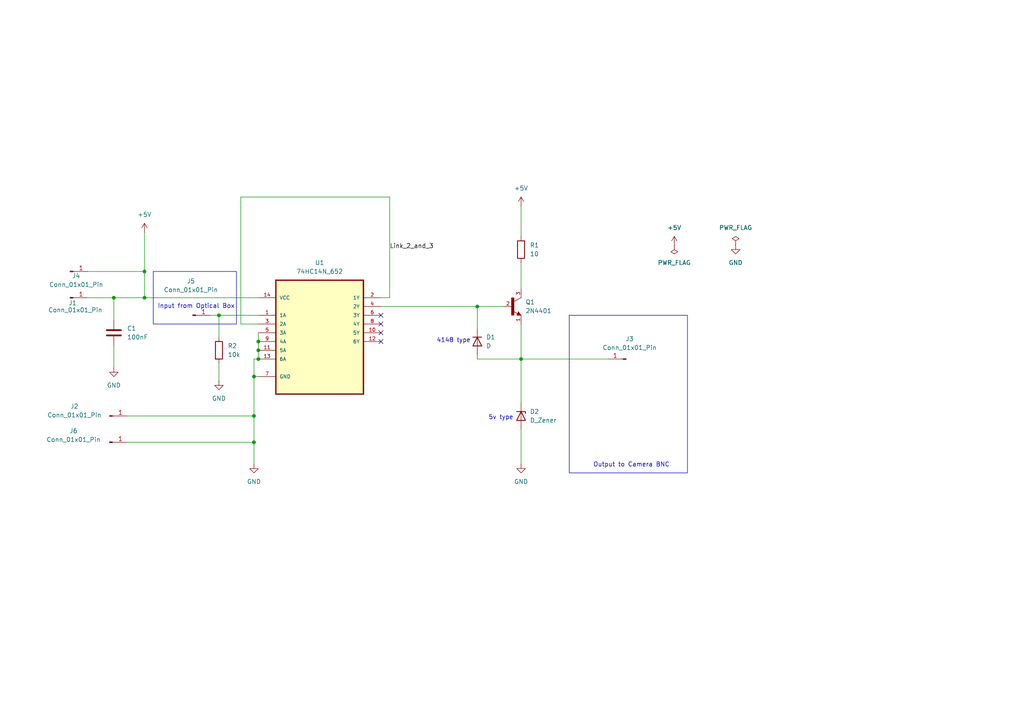
<source format=kicad_sch>
(kicad_sch (version 20231120) (generator "eeschema") (generator_version "8.0")
  (paper "A4")
  (lib_symbols
    (symbol "2N4401:2N4401" (pin_names (offset 1.016))
      (property "Reference" "Q" (at 3.81 0 0))
      (property "Value" "2N4401" (at 3.81 -2.54 0))
      (symbol "2N4401_0_0"
        (rectangle (start -0.254 -2.54) (end 0.508 2.54) (stroke (width 0.1)) (fill (type outline)))
        (polyline (pts (xy 1.27 -2.54) (xy 1.778 -1.524)) (stroke (width 0.1524)))
        (polyline (pts (xy 1.524 -2.413) (xy 2.286 -2.413)) (stroke (width 0.254)))
        (polyline (pts (xy 1.524 -2.286) (xy 1.905 -2.286)) (stroke (width 0.254)))
        (polyline (pts (xy 1.54 -2.04) (xy 0.308 -1.424)) (stroke (width 0.1524)))
        (polyline (pts (xy 1.778 -1.778) (xy 1.524 -2.286)) (stroke (width 0.254)))
        (polyline (pts (xy 1.778 -1.524) (xy 2.54 -2.54)) (stroke (width 0.1524)))
        (polyline (pts (xy 1.905 -2.286) (xy 1.778 -2.032)) (stroke (width 0.254)))
        (polyline (pts (xy 2.286 -2.413) (xy 1.778 -1.778)) (stroke (width 0.254)))
        (polyline (pts (xy 2.54 -2.54) (xy 1.27 -2.54)) (stroke (width 0.1524)))
        (polyline (pts (xy 2.54 2.54) (xy 0.508 1.524)) (stroke (width 0.1524)))
        (pin passive line (at 2.54 -5.08 90) (length 2.54) (name "~") (number "1"))
        (pin passive line (at -2.54 0 0) (length 2.54) (name "~") (number "2"))
        (pin passive line (at 2.54 5.08 270) (length 2.54) (name "~") (number "3"))
      )
    )
    (symbol "74HC14N_652:74HC14N_652" (pin_names (offset 1.016))
      (property "Reference" "U" (at -5.2873 15.6077 0))
      (property "Value" "74HC14N_652" (at -3.9379 -25.1774 0))
      (symbol "74HC14N_652_0_0"
        (rectangle (start -12.7 -20.32) (end 12.7 12.7) (stroke (width 0.4064)) (fill (type background)))
        (pin input line (at -17.78 2.54 0) (length 5.08) (name "1A") (number "1"))
        (pin output line (at 17.78 -2.54 180) (length 5.08) (name "5Y") (number "10"))
        (pin input line (at -17.78 -7.62 0) (length 5.08) (name "5A") (number "11"))
        (pin output line (at 17.78 -5.08 180) (length 5.08) (name "6Y") (number "12"))
        (pin input line (at -17.78 -10.16 0) (length 5.08) (name "6A") (number "13"))
        (pin power_in line (at -17.78 7.62 0) (length 5.08) (name "VCC") (number "14"))
        (pin output line (at 17.78 7.62 180) (length 5.08) (name "1Y") (number "2"))
        (pin input line (at -17.78 0 0) (length 5.08) (name "2A") (number "3"))
        (pin output line (at 17.78 5.08 180) (length 5.08) (name "2Y") (number "4"))
        (pin input line (at -17.78 -2.54 0) (length 5.08) (name "3A") (number "5"))
        (pin output line (at 17.78 2.54 180) (length 5.08) (name "3Y") (number "6"))
        (pin passive line (at -17.78 -15.24 0) (length 5.08) (name "GND") (number "7"))
        (pin output line (at 17.78 0 180) (length 5.08) (name "4Y") (number "8"))
        (pin input line (at -17.78 -5.08 0) (length 5.08) (name "4A") (number "9"))
      )
    )
    (symbol "Connector:Conn_01x01_Pin" (pin_names (offset 1.016) hide)
      (property "Reference" "J" (at 0 2.54 0))
      (property "Value" "Conn_01x01_Pin" (at 0 -2.54 0))
      (symbol "Conn_01x01_Pin_1_1"
        (polyline (pts (xy 1.27 0) (xy 0.8636 0)) (stroke (width 0.1524)))
        (rectangle (start 0.8636 0.127) (end 0 -0.127) (stroke (width 0.1524)) (fill (type outline)))
        (pin passive line (at 5.08 0 180) (length 3.81) (name "Pin_1") (number "1"))
      )
    )
    (symbol "Device:C" (pin_numbers hide) (pin_names (offset 0.254))
      (property "Reference" "C" (at 0.635 2.54 0))
      (property "Value" "C" (at 0.635 -2.54 0))
      (symbol "C_0_1"
        (polyline (pts (xy -2.032 -0.762) (xy 2.032 -0.762)) (stroke (width 0.508)))
        (polyline (pts (xy -2.032 0.762) (xy 2.032 0.762)) (stroke (width 0.508)))
      )
      (symbol "C_1_1"
        (pin passive line (at 0 3.81 270) (length 2.794) (name "~") (number "1"))
        (pin passive line (at 0 -3.81 90) (length 2.794) (name "~") (number "2"))
      )
    )
    (symbol "Device:D" (pin_numbers hide) (pin_names (offset 1.016) hide)
      (property "Reference" "D" (at 0 2.54 0))
      (property "Value" "D" (at 0 -2.54 0))
      (symbol "D_0_1"
        (polyline (pts (xy -1.27 1.27) (xy -1.27 -1.27)) (stroke (width 0.254)))
        (polyline (pts (xy 1.27 0) (xy -1.27 0)))
        (polyline (pts (xy 1.27 1.27) (xy 1.27 -1.27) (xy -1.27 0) (xy 1.27 1.27)) (stroke (width 0.254)))
      )
      (symbol "D_1_1"
        (pin passive line (at -3.81 0 0) (length 2.54) (name "K") (number "1"))
        (pin passive line (at 3.81 0 180) (length 2.54) (name "A") (number "2"))
      )
    )
    (symbol "Device:D_Zener" (pin_numbers hide) (pin_names (offset 1.016) hide)
      (property "Reference" "D" (at 0 2.54 0))
      (property "Value" "D_Zener" (at 0 -2.54 0))
      (symbol "D_Zener_0_1"
        (polyline (pts (xy 1.27 0) (xy -1.27 0)))
        (polyline (pts (xy -1.27 -1.27) (xy -1.27 1.27) (xy -0.762 1.27)) (stroke (width 0.254)))
        (polyline (pts (xy 1.27 -1.27) (xy 1.27 1.27) (xy -1.27 0) (xy 1.27 -1.27)) (stroke (width 0.254)))
      )
      (symbol "D_Zener_1_1"
        (pin passive line (at -3.81 0 0) (length 2.54) (name "K") (number "1"))
        (pin passive line (at 3.81 0 180) (length 2.54) (name "A") (number "2"))
      )
    )
    (symbol "Device:R" (pin_numbers hide) (pin_names (offset 0))
      (property "Reference" "R" (at 2.032 0 90))
      (property "Value" "R" (at 0 0 90))
      (symbol "R_0_1"
        (rectangle (start -1.016 -2.54) (end 1.016 2.54) (stroke (width 0.254)))
      )
      (symbol "R_1_1"
        (pin passive line (at 0 3.81 270) (length 1.27) (name "~") (number "1"))
        (pin passive line (at 0 -3.81 90) (length 1.27) (name "~") (number "2"))
      )
    )
    (symbol "power:+5V" (power) (pin_numbers hide) (pin_names (offset 0) hide)
      (property "Value" "+5V" (at 0 3.556 0))
      (symbol "+5V_0_1"
        (polyline (pts (xy -0.762 1.27) (xy 0 2.54)))
        (polyline (pts (xy 0 0) (xy 0 2.54)))
        (polyline (pts (xy 0 2.54) (xy 0.762 1.27)))
      )
      (symbol "+5V_1_1"
        (pin power_in line (at 0 0 90) (length 0) (name "~") (number "1"))
      )
    )
    (symbol "power:GND" (power) (pin_numbers hide) (pin_names (offset 0) hide)
      (property "Value" "GND" (at 0 -3.81 0))
      (symbol "GND_0_1"
        (polyline (pts (xy 0 0) (xy 0 -1.27) (xy 1.27 -1.27) (xy 0 -2.54) (xy -1.27 -1.27) (xy 0 -1.27)))
      )
      (symbol "GND_1_1"
        (pin power_in line (at 0 0 270) (length 0) (name "~") (number "1"))
      )
    )
    (symbol "power:PWR_FLAG" (power) (pin_numbers hide) (pin_names (offset 0) hide)
      (property "Value" "PWR_FLAG" (at 0 3.81 0))
      (symbol "PWR_FLAG_0_0"
        (pin power_out line (at 0 0 90) (length 0) (name "~") (number "1"))
      )
      (symbol "PWR_FLAG_0_1"
        (polyline (pts (xy 0 0) (xy 0 1.27) (xy -1.016 1.905) (xy 0 2.54) (xy 1.016 1.905) (xy 0 1.27)))
      )
    )
  )
  (junction (at 74.93 104.14))
  (junction (at 138.43 88.9))
  (junction (at 74.93 101.6))
  (junction (at 73.66 128.27))
  (junction (at 73.66 109.22))
  (junction (at 73.66 120.65))
  (junction (at 74.93 99.06))
  (junction (at 41.91 86.36))
  (junction (at 63.5 91.44))
  (junction (at 41.91 78.74))
  (junction (at 151.13 104.14))
  (junction (at 33.02 86.36))
  (no_connect (at 110.49 99.06))
  (no_connect (at 110.49 93.98))
  (no_connect (at 110.49 91.44))
  (no_connect (at 110.49 96.52))
  (wire (pts (xy 73.66 109.22) (xy 73.66 120.65)))
  (wire (pts (xy 33.02 86.36) (xy 41.91 86.36)))
  (wire (pts (xy 41.91 78.74) (xy 41.91 86.36)))
  (wire (pts (xy 63.5 105.41) (xy 63.5 110.49)))
  (wire (pts (xy 138.43 88.9) (xy 138.43 95.25)))
  (wire (pts (xy 113.03 57.15) (xy 69.85 57.15)))
  (wire (pts (xy 151.13 93.98) (xy 151.13 104.14)))
  (wire (pts (xy 151.13 104.14) (xy 176.53 104.14)))
  (wire (pts (xy 63.5 91.44) (xy 63.5 97.79)))
  (wire (pts (xy 138.43 88.9) (xy 146.05 88.9)))
  (wire (pts (xy 138.43 102.87) (xy 138.43 104.14)))
  (wire (pts (xy 25.4 78.74) (xy 41.91 78.74)))
  (wire (pts (xy 60.96 91.44) (xy 63.5 91.44)))
  (wire (pts (xy 74.93 101.6) (xy 74.93 104.14)))
  (wire (pts (xy 25.4 86.36) (xy 33.02 86.36)))
  (wire (pts (xy 151.13 124.46) (xy 151.13 134.62)))
  (wire (pts (xy 33.02 86.36) (xy 33.02 92.71)))
  (wire (pts (xy 110.49 86.36) (xy 113.03 86.36)))
  (wire (pts (xy 74.93 99.06) (xy 74.93 101.6)))
  (wire (pts (xy 151.13 104.14) (xy 151.13 116.84)))
  (wire (pts (xy 151.13 76.2) (xy 151.13 83.82)))
  (wire (pts (xy 73.66 120.65) (xy 73.66 128.27)))
  (wire (pts (xy 110.49 88.9) (xy 138.43 88.9)))
  (wire (pts (xy 63.5 91.44) (xy 74.93 91.44)))
  (wire (pts (xy 36.83 128.27) (xy 73.66 128.27)))
  (wire (pts (xy 41.91 86.36) (xy 74.93 86.36)))
  (wire (pts (xy 73.66 109.22) (xy 74.93 109.22)))
  (wire (pts (xy 113.03 57.15) (xy 113.03 86.36)))
  (wire (pts (xy 74.93 96.52) (xy 74.93 99.06)))
  (wire (pts (xy 74.93 104.14) (xy 73.66 104.14)))
  (wire (pts (xy 138.43 104.14) (xy 151.13 104.14)))
  (wire (pts (xy 33.02 100.33) (xy 33.02 106.68)))
  (wire (pts (xy 69.85 57.15) (xy 69.85 93.98)))
  (wire (pts (xy 69.85 93.98) (xy 74.93 93.98)))
  (wire (pts (xy 36.83 120.65) (xy 73.66 120.65)))
  (wire (pts (xy 41.91 67.31) (xy 41.91 78.74)))
  (wire (pts (xy 73.66 128.27) (xy 73.66 134.62)))
  (wire (pts (xy 73.66 104.14) (xy 73.66 109.22)))
  (wire (pts (xy 151.13 59.69) (xy 151.13 68.58)))
  (rectangle (start 165.1 91.44) (end 199.39 137.16))
  (rectangle (start 44.45 78.74) (end 68.58 93.98))
  (text "5v type" (at 145.288 121.158 0) (effects (font (size 1.27 1.27))))
  (text "Input from Optical Box" (at 56.896 88.9 0) (effects (font (size 1.27 1.27))))
  (text "Output to Camera BNC" (at 183.134 134.874 0) (effects (font (size 1.27 1.27))))
  (text "4148 type" (at 131.572 98.806 0) (effects (font (size 1.27 1.27))))
  (label "Link_2_and_3" (at 113.03 72.39 0))
  (symbol (lib_id "power:PWR_FLAG") (at 213.36 71.12 0) (unit 1)
    (property "Reference" "#FLG02" (effects (hide yes)))
    (property "Value" "PWR_FLAG" (at 213.36 66.04 0))
    (property "Description" "Special symbol for telling ERC where power comes from" (effects (hide yes)))
  )
  (symbol (lib_id "Connector:Conn_01x01_Pin") (at 31.75 120.65 0) (unit 1)
    (property "Reference" "J2" (at 21.59 117.856 0))
    (property "Value" "Conn_01x01_Pin" (at 21.59 120.396 0))
    (property "Footprint" "Connector_TE-Connectivity:TE_MATE-N-LOK_1-794374-x_1x01_P4.14mm_Horizontal" (effects (hide yes)))
    (property "Description" "Generic connector, single row, 01x01, script generated" (effects (hide yes)))
  )
  (symbol (lib_id "power:PWR_FLAG") (at 195.58 71.12 180) (unit 1)
    (property "Reference" "#FLG01" (effects (hide yes)))
    (property "Value" "PWR_FLAG" (at 195.58 76.2 0))
    (property "Description" "Special symbol for telling ERC where power comes from" (effects (hide yes)))
  )
  (symbol (lib_id "Device:C") (at 33.02 96.52 0) (unit 1)
    (property "Reference" "C1" (at 36.83 95.2499 0) (effects (justify left)))
    (property "Value" "100nF" (at 36.83 97.7899 0) (effects (justify left)))
    (property "Footprint" "Capacitor_THT:CP_Radial_D8.0mm_P5.00mm" (effects (hide yes)))
    (property "Description" "Unpolarized capacitor" (effects (hide yes)))
  )
  (symbol (lib_id "Device:D") (at 138.43 99.06 270) (unit 1)
    (property "Reference" "D1" (at 140.97 97.7899 90) (effects (justify left)))
    (property "Value" "D" (at 140.97 100.3299 90) (effects (justify left)))
    (property "Footprint" "Diode_THT:D_T-1_P10.16mm_Horizontal" (effects (hide yes)))
    (property "Description" "Diode" (effects (hide yes)))
    (property "Sim.Device" "D" (effects (hide yes)))
    (property "Sim.Pins" "1=K 2=A" (effects (hide yes)))
  )
  (symbol (lib_id "2N4401:2N4401") (at 148.59 88.9 0) (unit 1)
    (property "Reference" "Q1" (at 152.4 87.6299 0) (effects (justify left)))
    (property "Value" "2N4401" (at 152.4 90.1699 0) (effects (justify left)))
    (property "Footprint" "2N4401:TO92" (effects (hide yes)))
    (property "MF" "Central Semiconductor" (effects (hide yes)))
    (property "Description_1" "\n                        \n                            BJT, NPN, 40V, 600MA, TO-92; Transistor; BJT, NPN, 40V, 600MA, TO-92; Transistor Polarity:NPN; Collector Emitter Voltage V(br)ceo:40V; Transition Frequency Typ ft:250MHz; Power Dissipation Pd:1.5W; DC Collector Current:0.6A; DC Current Gain hFE:100\n                        \n" (effects (hide yes)))
    (property "Package" "TO-92 Central Semiconductor" (effects (hide yes)))
    (property "Price" "None" (effects (hide yes)))
    (property "SnapEDA_Link" "https://www.snapeda.com/parts/2N4401/Central+Components+Manufacturing/view-part/?ref=snap" (effects (hide yes)))
    (property "MP" "2N4401" (effects (hide yes)))
    (property "Availability" "In Stock" (effects (hide yes)))
    (property "Check_prices" "https://www.snapeda.com/parts/2N4401/Central+Components+Manufacturing/view-part/?ref=eda" (effects (hide yes)))
  )
  (symbol (lib_id "74HC14N_652:74HC14N_652") (at 92.71 93.98 0) (unit 1)
    (property "Reference" "U1" (at 92.71 76.2 0))
    (property "Value" "74HC14N_652" (at 92.71 78.74 0))
    (property "Footprint" "74HC14N_652:DIP254P762X420-14" (effects (hide yes)))
    (property "MF" "NXP USA" (effects (hide yes)))
    (property "Description_1" "\n                        \n                            Inverter IC 6 Channel Schmitt Trigger 14-DIP\n                        \n" (effects (hide yes)))
    (property "PACKAGE" "DIP-14" (effects (hide yes)))
    (property "MPN" "74HC14N,652" (effects (hide yes)))
    (property "Price" "None" (effects (hide yes)))
    (property "Package" "DIP-14 Nexperia" (effects (hide yes)))
    (property "OC_FARNELL" "1826781" (effects (hide yes)))
    (property "SnapEDA_Link" "https://www.snapeda.com/parts/74HC14N,652/NXP+Semiconductors/view-part/?ref=snap" (effects (hide yes)))
    (property "MP" "74HC14N,652" (effects (hide yes)))
    (property "SUPPLIER" "NXP" (effects (hide yes)))
    (property "OC_NEWARK" "71R2054" (effects (hide yes)))
    (property "Availability" "In Stock" (effects (hide yes)))
    (property "Check_prices" "https://www.snapeda.com/parts/74HC14N,652/NXP+Semiconductors/view-part/?ref=eda" (effects (hide yes)))
  )
  (symbol (lib_id "power:GND") (at 213.36 71.12 0) (unit 1)
    (property "Reference" "#PWR02" (effects (hide yes)))
    (property "Value" "GND" (at 213.36 76.2 0))
    (property "Description" "Power symbol creates a global label with name \"GND\" , ground" (effects (hide yes)))
  )
  (symbol (lib_id "Connector:Conn_01x01_Pin") (at 20.32 86.36 0) (unit 1)
    (property "Reference" "J1" (at 21.082 87.884 0))
    (property "Value" "Conn_01x01_Pin" (at 21.844 89.916 0))
    (property "Footprint" "Connector_TE-Connectivity:TE_MATE-N-LOK_1-794374-x_1x01_P4.14mm_Horizontal" (effects (hide yes)))
    (property "Description" "Generic connector, single row, 01x01, script generated" (effects (hide yes)))
  )
  (symbol (lib_id "Device:D_Zener") (at 151.13 120.65 270) (unit 1)
    (property "Reference" "D2" (at 153.67 119.3799 90) (effects (justify left)))
    (property "Value" "D_Zener" (at 153.67 121.9199 90) (effects (justify left)))
    (property "Footprint" "Diode_THT:D_T-1_P10.16mm_Horizontal" (effects (hide yes)))
    (property "Description" "Zener diode" (effects (hide yes)))
  )
  (symbol (lib_id "Connector:Conn_01x01_Pin") (at 20.32 78.74 0) (unit 1)
    (property "Reference" "J4" (at 22.098 80.01 0))
    (property "Value" "Conn_01x01_Pin" (at 22.098 82.55 0))
    (property "Footprint" "Connector_TE-Connectivity:TE_MATE-N-LOK_1-794374-x_1x01_P4.14mm_Horizontal" (effects (hide yes)))
    (property "Description" "Generic connector, single row, 01x01, script generated" (effects (hide yes)))
  )
  (symbol (lib_id "power:GND") (at 33.02 106.68 0) (unit 1)
    (property "Reference" "#PWR05" (effects (hide yes)))
    (property "Value" "GND" (at 33.02 111.76 0))
    (property "Description" "Power symbol creates a global label with name \"GND\" , ground" (effects (hide yes)))
  )
  (symbol (lib_id "power:GND") (at 73.66 134.62 0) (unit 1)
    (property "Reference" "#PWR04" (effects (hide yes)))
    (property "Value" "GND" (at 73.66 139.7 0))
    (property "Description" "Power symbol creates a global label with name \"GND\" , ground" (effects (hide yes)))
  )
  (symbol (lib_id "power:+5V") (at 41.91 67.31 0) (unit 1)
    (property "Reference" "#PWR03" (effects (hide yes)))
    (property "Value" "+5V" (at 41.91 62.23 0))
    (property "Description" "Power symbol creates a global label with name \"+5V\"" (effects (hide yes)))
  )
  (symbol (lib_id "power:+5V") (at 151.13 59.69 0) (unit 1)
    (property "Reference" "#PWR06" (effects (hide yes)))
    (property "Value" "+5V" (at 151.13 54.61 0))
    (property "Description" "Power symbol creates a global label with name \"+5V\"" (effects (hide yes)))
  )
  (symbol (lib_id "Connector:Conn_01x01_Pin") (at 31.75 128.27 0) (unit 1)
    (property "Reference" "J6" (at 21.336 124.968 0))
    (property "Value" "Conn_01x01_Pin" (at 21.336 127.508 0))
    (property "Footprint" "Connector_TE-Connectivity:TE_MATE-N-LOK_1-794374-x_1x01_P4.14mm_Horizontal" (effects (hide yes)))
    (property "Description" "Generic connector, single row, 01x01, script generated" (effects (hide yes)))
  )
  (symbol (lib_id "Connector:Conn_01x01_Pin") (at 181.61 104.14 0) (mirror y) (unit 1)
    (property "Reference" "J3" (at 182.626 98.298 0))
    (property "Value" "Conn_01x01_Pin" (at 182.626 100.838 0))
    (property "Footprint" "Connector_TE-Connectivity:TE_MATE-N-LOK_1-794374-x_1x01_P4.14mm_Horizontal" (effects (hide yes)))
    (property "Description" "Generic connector, single row, 01x01, script generated" (effects (hide yes)))
  )
  (symbol (lib_id "power:GND") (at 151.13 134.62 0) (unit 1)
    (property "Reference" "#PWR08" (effects (hide yes)))
    (property "Value" "GND" (at 151.13 139.7 0))
    (property "Description" "Power symbol creates a global label with name \"GND\" , ground" (effects (hide yes)))
  )
  (symbol (lib_id "Device:R") (at 63.5 101.6 0) (unit 1)
    (property "Reference" "R2" (at 66.04 100.3299 0) (effects (justify left)))
    (property "Value" "10k" (at 66.04 102.8699 0) (effects (justify left)))
    (property "Footprint" "Resistor_THT:R_Axial_DIN0207_L6.3mm_D2.5mm_P15.24mm_Horizontal" (effects (hide yes)))
    (property "Description" "Resistor" (effects (hide yes)))
  )
  (symbol (lib_id "power:GND") (at 63.5 110.49 0) (unit 1)
    (property "Reference" "#PWR07" (effects (hide yes)))
    (property "Value" "GND" (at 63.5 115.57 0))
    (property "Description" "Power symbol creates a global label with name \"GND\" , ground" (effects (hide yes)))
  )
  (symbol (lib_id "Connector:Conn_01x01_Pin") (at 55.88 91.44 0) (unit 1)
    (property "Reference" "J5" (at 55.372 81.534 0))
    (property "Value" "Conn_01x01_Pin" (at 55.372 84.074 0))
    (property "Footprint" "Connector_TE-Connectivity:TE_MATE-N-LOK_1-794374-x_1x01_P4.14mm_Horizontal" (effects (hide yes)))
    (property "Description" "Generic connector, single row, 01x01, script generated" (effects (hide yes)))
  )
  (symbol (lib_id "Device:R") (at 151.13 72.39 0) (unit 1)
    (property "Reference" "R1" (at 153.67 71.1199 0) (effects (justify left)))
    (property "Value" "10" (at 153.67 73.6599 0) (effects (justify left)))
    (property "Footprint" "Resistor_THT:R_Axial_DIN0207_L6.3mm_D2.5mm_P15.24mm_Horizontal" (effects (hide yes)))
    (property "Description" "Resistor" (effects (hide yes)))
  )
  (symbol (lib_id "power:+5V") (at 195.58 71.12 0) (unit 1)
    (property "Reference" "#PWR01" (effects (hide yes)))
    (property "Value" "+5V" (at 195.58 66.04 0))
    (property "Description" "Power symbol creates a global label with name \"+5V\"" (effects (hide yes)))
  )
)
</source>
